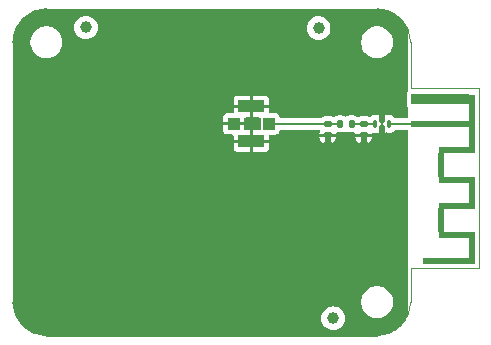
<source format=gbr>
%TF.GenerationSoftware,KiCad,Pcbnew,8.0.0*%
%TF.CreationDate,2024-03-10T12:34:58+00:00*%
%TF.ProjectId,MoveCritic_FBTM_RF,4d6f7665-4372-4697-9469-635f4642544d,rev?*%
%TF.SameCoordinates,PX7ee4219PY616af6f*%
%TF.FileFunction,Copper,L1,Top*%
%TF.FilePolarity,Positive*%
%FSLAX46Y46*%
G04 Gerber Fmt 4.6, Leading zero omitted, Abs format (unit mm)*
G04 Created by KiCad (PCBNEW 8.0.0) date 2024-03-10 12:34:58*
%MOMM*%
%LPD*%
G01*
G04 APERTURE LIST*
G04 Aperture macros list*
%AMRoundRect*
0 Rectangle with rounded corners*
0 $1 Rounding radius*
0 $2 $3 $4 $5 $6 $7 $8 $9 X,Y pos of 4 corners*
0 Add a 4 corners polygon primitive as box body*
4,1,4,$2,$3,$4,$5,$6,$7,$8,$9,$2,$3,0*
0 Add four circle primitives for the rounded corners*
1,1,$1+$1,$2,$3*
1,1,$1+$1,$4,$5*
1,1,$1+$1,$6,$7*
1,1,$1+$1,$8,$9*
0 Add four rect primitives between the rounded corners*
20,1,$1+$1,$2,$3,$4,$5,0*
20,1,$1+$1,$4,$5,$6,$7,0*
20,1,$1+$1,$6,$7,$8,$9,0*
20,1,$1+$1,$8,$9,$2,$3,0*%
G04 Aperture macros list end*
%TA.AperFunction,SMDPad,CuDef*%
%ADD10R,1.000000X1.000000*%
%TD*%
%TA.AperFunction,SMDPad,CuDef*%
%ADD11R,2.200000X1.050000*%
%TD*%
%TA.AperFunction,SMDPad,CuDef*%
%ADD12C,1.000000*%
%TD*%
%TA.AperFunction,SMDPad,CuDef*%
%ADD13RoundRect,0.147500X-0.147500X-0.172500X0.147500X-0.172500X0.147500X0.172500X-0.147500X0.172500X0*%
%TD*%
%TA.AperFunction,SMDPad,CuDef*%
%ADD14RoundRect,0.140000X-0.170000X0.140000X-0.170000X-0.140000X0.170000X-0.140000X0.170000X0.140000X0*%
%TD*%
%TA.AperFunction,SMDPad,CuDef*%
%ADD15R,0.500000X5.000000*%
%TD*%
%TA.AperFunction,SMDPad,CuDef*%
%ADD16R,4.900000X0.500000*%
%TD*%
%TA.AperFunction,SMDPad,CuDef*%
%ADD17R,2.640000X0.500000*%
%TD*%
%TA.AperFunction,SMDPad,CuDef*%
%ADD18R,0.500000X2.000000*%
%TD*%
%TA.AperFunction,SMDPad,CuDef*%
%ADD19R,0.500000X2.700000*%
%TD*%
%TA.AperFunction,SMDPad,CuDef*%
%ADD20R,3.900000X0.500000*%
%TD*%
%TA.AperFunction,SMDPad,CuDef*%
%ADD21R,4.900000X0.900000*%
%TD*%
%TA.AperFunction,SMDPad,CuDef*%
%ADD22RoundRect,0.068750X-0.068750X-0.281250X0.068750X-0.281250X0.068750X0.281250X-0.068750X0.281250X0*%
%TD*%
%TA.AperFunction,SMDPad,CuDef*%
%ADD23RoundRect,0.061250X-0.163750X-0.061250X0.163750X-0.061250X0.163750X0.061250X-0.163750X0.061250X0*%
%TD*%
%TA.AperFunction,ViaPad*%
%ADD24C,0.700000*%
%TD*%
%TA.AperFunction,ViaPad*%
%ADD25C,0.800000*%
%TD*%
%TA.AperFunction,ViaPad*%
%ADD26C,0.500000*%
%TD*%
%TA.AperFunction,Conductor*%
%ADD27C,0.500000*%
%TD*%
%TA.AperFunction,Conductor*%
%ADD28C,0.170000*%
%TD*%
%TA.AperFunction,Profile*%
%ADD29C,0.100000*%
%TD*%
G04 APERTURE END LIST*
D10*
%TO.P,J1,1,In*%
%TO.N,Net-(J1-In)*%
X21750000Y17910001D03*
D11*
%TO.P,J1,2,Ext*%
%TO.N,GND*%
X20250000Y16435001D03*
D10*
X18750000Y17910001D03*
D11*
X20250000Y19385001D03*
%TD*%
D12*
%TO.P,FID1,*%
%TO.N,*%
X25950001Y26019999D03*
%TD*%
D13*
%TO.P,L3,1,1*%
%TO.N,Net-(C14-Pad1)*%
X27767502Y17899999D03*
%TO.P,L3,2,2*%
%TO.N,Net-(FLT1-IN)*%
X28737502Y17899999D03*
%TD*%
D14*
%TO.P,C14,1*%
%TO.N,Net-(C14-Pad1)*%
X26727501Y17904998D03*
%TO.P,C14,2*%
%TO.N,GND*%
X26727501Y16944998D03*
%TD*%
%TO.P,C15,1*%
%TO.N,Net-(FLT1-IN)*%
X29777500Y17905000D03*
%TO.P,C15,2*%
%TO.N,GND*%
X29777500Y16945000D03*
%TD*%
D12*
%TO.P,FID2,*%
%TO.N,*%
X27179817Y1448660D03*
%TD*%
D15*
%TO.P,AE1,1,A*%
%TO.N,/RF_ANT*%
X38965001Y17930001D03*
D16*
X36265001Y17880001D03*
D17*
X37395001Y15680001D03*
D18*
X36325001Y14430001D03*
D17*
X37395001Y13180001D03*
D19*
X38965001Y12080001D03*
D17*
X37395001Y10980001D03*
D18*
X36325001Y9730001D03*
D17*
X37395001Y8480001D03*
D19*
X38965001Y7380001D03*
D20*
X36765001Y6280001D03*
D21*
%TO.P,AE1,2,GND*%
%TO.N,GND*%
X36265001Y19980001D03*
%TD*%
D12*
%TO.P,FID3,*%
%TO.N,*%
X6250000Y26070000D03*
%TD*%
D22*
%TO.P,FLT1,1,IN*%
%TO.N,Net-(FLT1-IN)*%
X30715000Y17900000D03*
D23*
%TO.P,FLT1,2,GND*%
%TO.N,GND*%
X31327500Y18127500D03*
X31327500Y17672500D03*
D22*
%TO.P,FLT1,3,OUT*%
%TO.N,/RF_ANT*%
X31940000Y17900000D03*
%TD*%
D24*
%TO.N,GND*%
X13000000Y12000000D03*
X29000000Y26000000D03*
X15000000Y24000000D03*
X3000000Y18000000D03*
X17000000Y10000000D03*
X11000000Y26000000D03*
X27000000Y14000000D03*
X29000000Y6000000D03*
X11000000Y24000000D03*
X17000000Y14000000D03*
X1000000Y14000000D03*
X15000000Y8000000D03*
X25000000Y14000000D03*
X1000000Y4000000D03*
X11000000Y4000000D03*
X13000000Y16000000D03*
X19000000Y12000000D03*
X1000000Y22000000D03*
X17000000Y2000000D03*
X9000000Y8000000D03*
X19000000Y14000000D03*
X27000000Y4000000D03*
X7000000Y16000000D03*
X23000000Y2000000D03*
X25000000Y2000000D03*
X19000000Y10000000D03*
D25*
X29000000Y20000000D03*
D24*
X15000000Y10000000D03*
X5000000Y6000000D03*
X11000000Y6000000D03*
X15000000Y18000000D03*
X9000000Y18000000D03*
X15000000Y16000000D03*
X17000000Y24000000D03*
X3000000Y20000000D03*
X11000000Y20000000D03*
X23000000Y6000000D03*
X13000000Y26000000D03*
X13000000Y22000000D03*
X17000000Y26000000D03*
X21000000Y2000000D03*
X5000000Y4000000D03*
X25000000Y8000000D03*
X3000000Y12000000D03*
X7000000Y20000000D03*
X25000000Y24000000D03*
X5000000Y22000000D03*
X25000000Y4000000D03*
X3000000Y10000000D03*
X23000000Y14000000D03*
X11000000Y14000000D03*
X27000000Y24000000D03*
X31000000Y22000000D03*
X9000000Y16000000D03*
X3000000Y4000000D03*
X27000000Y6000000D03*
X7000000Y22000000D03*
X21000000Y4000000D03*
X21000000Y14000000D03*
X13000000Y10000000D03*
X9000000Y24000000D03*
X29000000Y10000000D03*
X9000000Y12000000D03*
X25000000Y22000000D03*
X11000000Y16000000D03*
X7000000Y2000000D03*
X9000000Y2000000D03*
X19000000Y8000000D03*
X15000000Y14000000D03*
X21000000Y26000000D03*
X5000000Y20000000D03*
X9000000Y6000000D03*
X3000000Y6000000D03*
X23000000Y8000000D03*
X23000000Y26000000D03*
X13000000Y20000000D03*
X9000000Y14000000D03*
X17000000Y12000000D03*
X7000000Y24000000D03*
X1000000Y10000000D03*
X29000000Y4000000D03*
X5000000Y16000000D03*
X1000000Y2000000D03*
X1000000Y18000000D03*
X19000000Y22000000D03*
X27000000Y8000000D03*
X17000000Y22000000D03*
X31350001Y18819998D03*
X17000000Y20000000D03*
X11000000Y2000000D03*
X11000000Y12000000D03*
X5000000Y10000000D03*
X21000000Y8000000D03*
X17000000Y6000000D03*
X5000000Y8000000D03*
X1000000Y20000000D03*
D25*
X25000000Y20000000D03*
D24*
X17000000Y18000000D03*
X7000000Y14000000D03*
X27000000Y22000000D03*
X7000000Y18000000D03*
X13000000Y2000000D03*
X5000000Y18000000D03*
X3000000Y2000000D03*
X11000000Y8000000D03*
X7000000Y4000000D03*
X21000000Y22000000D03*
X25000000Y12000000D03*
X27000000Y12000000D03*
X29000000Y22000000D03*
X1000000Y16000000D03*
X7000000Y6000000D03*
X13000000Y14000000D03*
D25*
X23000000Y20000000D03*
D24*
X27000000Y10000000D03*
X1000000Y8000000D03*
X17000000Y4000000D03*
X13000000Y8000000D03*
X29000000Y12000000D03*
X19000000Y4000000D03*
X17000000Y16000000D03*
X9000000Y22000000D03*
X13000000Y18000000D03*
X23000000Y12000000D03*
X31000000Y8000000D03*
X11000000Y18000000D03*
X23000000Y10000000D03*
X15000000Y12000000D03*
X15000000Y26000000D03*
X5000000Y14000000D03*
X13000000Y6000000D03*
X13000000Y4000000D03*
X15000000Y22000000D03*
X25000000Y10000000D03*
X13000000Y24000000D03*
X3000000Y14000000D03*
X1000000Y12000000D03*
X19000000Y6000000D03*
X3000000Y8000000D03*
X26740000Y16219998D03*
X9000000Y20000000D03*
X23000000Y24000000D03*
X29770001Y16189999D03*
X11000000Y10000000D03*
X31350000Y16970000D03*
X15000000Y4000000D03*
X21000000Y12000000D03*
X19000000Y24000000D03*
X21000000Y10000000D03*
X5000000Y2000000D03*
X29000000Y8000000D03*
X7000000Y12000000D03*
X9000000Y10000000D03*
X5000000Y12000000D03*
X23000000Y4000000D03*
X21000000Y24000000D03*
X3000000Y22000000D03*
X31000000Y14000000D03*
X29000000Y14000000D03*
X31000000Y12000000D03*
X9000000Y4000000D03*
X25000000Y6000000D03*
X3000000Y16000000D03*
X29000000Y2000000D03*
X19000000Y26000000D03*
X17000000Y8000000D03*
X23000000Y22000000D03*
X15000000Y2000000D03*
X9000000Y26000000D03*
X31000000Y6000000D03*
D25*
X27000000Y20000000D03*
D24*
X15000000Y6000000D03*
X19000000Y2000000D03*
X31000000Y10000000D03*
X15000000Y20000000D03*
X29000000Y24000000D03*
X1000000Y6000000D03*
X21000000Y6000000D03*
X11000000Y22000000D03*
X7000000Y10000000D03*
X5000000Y24000000D03*
D26*
X34070001Y19979999D03*
D24*
X7000000Y8000000D03*
%TD*%
D27*
%TO.N,GND*%
X31350000Y18150000D02*
X31327500Y18127500D01*
X29770001Y16189999D02*
X29770000Y16879998D01*
X31350001Y18819998D02*
X31350000Y18150000D01*
X31350000Y16970000D02*
X31349999Y17649998D01*
X31349999Y17649998D02*
X31327500Y17672498D01*
X26740000Y16219998D02*
X26740000Y16909999D01*
D28*
%TO.N,/RF_ANT*%
X31940001Y17900000D02*
X36242501Y17899999D01*
X36242501Y17899999D02*
X36262501Y17880000D01*
%TO.N,Net-(FLT1-IN)*%
X29777500Y17905000D02*
X30710000Y17905000D01*
X29772501Y17900000D02*
X29777500Y17905000D01*
X30710000Y17905000D02*
X30715000Y17900000D01*
X28737501Y17900000D02*
X29772501Y17900000D01*
%TO.N,Net-(J1-In)*%
X27762502Y17905000D02*
X27767501Y17900000D01*
X26727499Y17905001D02*
X27762502Y17905000D01*
X26722499Y17900000D02*
X26727499Y17905001D01*
X22030002Y17899999D02*
X26722499Y17900000D01*
%TD*%
%TA.AperFunction,Conductor*%
%TO.N,GND*%
G36*
X26050566Y17392826D02*
G01*
X26072240Y17340500D01*
X26067081Y17313353D01*
X26027922Y17214054D01*
X26017501Y17127277D01*
X26017501Y17069998D01*
X27437500Y17069998D01*
X27437500Y17112846D01*
X27459174Y17165172D01*
X27511500Y17186846D01*
X27520314Y17186319D01*
X27577101Y17179499D01*
X27957902Y17179500D01*
X27957904Y17179500D01*
X27957904Y17179501D01*
X28045969Y17190075D01*
X28186107Y17245338D01*
X28207789Y17261780D01*
X28262579Y17276127D01*
X28297215Y17261780D01*
X28318897Y17245338D01*
X28459035Y17190075D01*
X28547101Y17179499D01*
X28927902Y17179500D01*
X28927904Y17179500D01*
X28946006Y17181674D01*
X28984678Y17186318D01*
X29039213Y17171038D01*
X29066972Y17121669D01*
X29067500Y17112846D01*
X29067500Y17070000D01*
X30487499Y17070000D01*
X30487499Y17079361D01*
X30509173Y17131687D01*
X30561499Y17153361D01*
X30569391Y17152939D01*
X30601370Y17149500D01*
X30601371Y17149500D01*
X30828631Y17149500D01*
X30833576Y17150032D01*
X30884522Y17155509D01*
X30949069Y17179585D01*
X30999371Y17180097D01*
X31077025Y17152923D01*
X31108195Y17150001D01*
X31108197Y17150000D01*
X31546803Y17150000D01*
X31546804Y17150001D01*
X31577970Y17152923D01*
X31655627Y17180097D01*
X31705929Y17179584D01*
X31744570Y17165172D01*
X31770478Y17155509D01*
X31820943Y17150084D01*
X31826369Y17149500D01*
X31826370Y17149500D01*
X32053631Y17149500D01*
X32058576Y17150032D01*
X32109522Y17155509D01*
X32202195Y17190074D01*
X32235948Y17202663D01*
X32235948Y17202664D01*
X32235950Y17202664D01*
X32343972Y17283528D01*
X32419818Y17384848D01*
X32468527Y17413747D01*
X32479058Y17414500D01*
X33433458Y17414500D01*
X33485784Y17392826D01*
X33508326Y17370284D01*
X33530000Y17317958D01*
X33530000Y15370000D01*
X21530000Y15370000D01*
X21530000Y15552786D01*
X21588046Y15582362D01*
X21677639Y15671955D01*
X21735164Y15784852D01*
X21735164Y15784853D01*
X21750000Y15878520D01*
X21750000Y16310001D01*
X21530000Y16310001D01*
X21530000Y16560001D01*
X21749999Y16560001D01*
X21749999Y16819998D01*
X26017502Y16819998D01*
X26017502Y16762719D01*
X26027920Y16675950D01*
X26027921Y16675946D01*
X26082378Y16537851D01*
X26172072Y16419571D01*
X26172073Y16419570D01*
X26290353Y16329876D01*
X26428445Y16275420D01*
X26515222Y16264999D01*
X26602501Y16264999D01*
X26602501Y16819998D01*
X26852501Y16819998D01*
X26852501Y16264999D01*
X26939779Y16264999D01*
X26939780Y16265000D01*
X27026549Y16275418D01*
X27026553Y16275419D01*
X27164648Y16329876D01*
X27282928Y16419570D01*
X27282929Y16419571D01*
X27372623Y16537851D01*
X27427079Y16675943D01*
X27437501Y16762720D01*
X27437501Y16819998D01*
X26852501Y16819998D01*
X26602501Y16819998D01*
X26017502Y16819998D01*
X21749999Y16819998D01*
X21749999Y16820000D01*
X29067501Y16820000D01*
X29067501Y16762721D01*
X29077919Y16675952D01*
X29077920Y16675948D01*
X29132377Y16537853D01*
X29222071Y16419573D01*
X29222072Y16419572D01*
X29340352Y16329878D01*
X29478444Y16275422D01*
X29565221Y16265001D01*
X29652500Y16265001D01*
X29652500Y16820000D01*
X29902500Y16820000D01*
X29902500Y16265001D01*
X29989778Y16265001D01*
X29989779Y16265002D01*
X30076548Y16275420D01*
X30076552Y16275421D01*
X30214647Y16329878D01*
X30332927Y16419572D01*
X30332928Y16419573D01*
X30422622Y16537853D01*
X30477078Y16675945D01*
X30487500Y16762722D01*
X30487500Y16820000D01*
X29902500Y16820000D01*
X29652500Y16820000D01*
X29067501Y16820000D01*
X21749999Y16820000D01*
X21749999Y16935502D01*
X21771673Y16987828D01*
X21823997Y17009502D01*
X22281518Y17009502D01*
X22281519Y17009502D01*
X22375304Y17024355D01*
X22375306Y17024356D01*
X22377419Y17025433D01*
X22488342Y17081951D01*
X22578050Y17171659D01*
X22635646Y17284697D01*
X22646318Y17352076D01*
X22675911Y17400367D01*
X22719407Y17414500D01*
X25998240Y17414500D01*
X26050566Y17392826D01*
G37*
%TD.AperFunction*%
%TA.AperFunction,Conductor*%
G36*
X31379826Y17793415D02*
G01*
X31380326Y17792915D01*
X31402000Y17740589D01*
X31402000Y17573259D01*
X31380326Y17520933D01*
X31328000Y17499259D01*
X31327000Y17499259D01*
X31274674Y17520933D01*
X31253000Y17573259D01*
X31253000Y17740589D01*
X31274674Y17792915D01*
X31275174Y17793415D01*
X31327500Y17815089D01*
X31379826Y17793415D01*
G37*
%TD.AperFunction*%
%TA.AperFunction,Conductor*%
G36*
X31380326Y18279068D02*
G01*
X31402000Y18226742D01*
X31402000Y18059411D01*
X31380326Y18007085D01*
X31379826Y18006585D01*
X31327500Y17984911D01*
X31275174Y18006585D01*
X31274674Y18007085D01*
X31253000Y18059411D01*
X31253000Y18226742D01*
X31274674Y18279068D01*
X31327000Y18300742D01*
X31328000Y18300742D01*
X31380326Y18279068D01*
G37*
%TD.AperFunction*%
%TA.AperFunction,Conductor*%
G36*
X33415002Y19498519D02*
G01*
X33429835Y19404853D01*
X33429836Y19404852D01*
X33487361Y19291955D01*
X33508326Y19270990D01*
X33530000Y19218664D01*
X33530000Y18459500D01*
X33508326Y18407174D01*
X33456000Y18385500D01*
X32479058Y18385500D01*
X32426732Y18407174D01*
X32419818Y18415153D01*
X32343972Y18516472D01*
X32251761Y18585500D01*
X32235949Y18597337D01*
X32235948Y18597338D01*
X32109526Y18644490D01*
X32109523Y18644491D01*
X32109522Y18644491D01*
X32073684Y18648344D01*
X32053631Y18650500D01*
X32053630Y18650500D01*
X31826370Y18650500D01*
X31826369Y18650500D01*
X31770478Y18644491D01*
X31770477Y18644491D01*
X31705931Y18620417D01*
X31655632Y18619904D01*
X31577972Y18647078D01*
X31546804Y18650000D01*
X31108195Y18650000D01*
X31077028Y18647078D01*
X31077024Y18647077D01*
X30999366Y18619904D01*
X30949067Y18620418D01*
X30884527Y18644490D01*
X30884522Y18644491D01*
X30848684Y18648344D01*
X30828631Y18650500D01*
X30828630Y18650500D01*
X30601370Y18650500D01*
X30601369Y18650500D01*
X30545478Y18644491D01*
X30545473Y18644490D01*
X30419051Y18597338D01*
X30419046Y18597335D01*
X30309998Y18515703D01*
X30255120Y18501696D01*
X30220941Y18515978D01*
X30214895Y18520562D01*
X30214896Y18520562D01*
X30145784Y18547816D01*
X30076674Y18575070D01*
X30047722Y18578547D01*
X29989822Y18585500D01*
X29989820Y18585500D01*
X29565180Y18585500D01*
X29565178Y18585500D01*
X29478326Y18575070D01*
X29340103Y18520562D01*
X29315299Y18501753D01*
X29260509Y18487408D01*
X29225875Y18501754D01*
X29156106Y18554661D01*
X29095234Y18578665D01*
X29015969Y18609923D01*
X28932858Y18619904D01*
X28927904Y18620499D01*
X28547099Y18620499D01*
X28547097Y18620498D01*
X28459042Y18609925D01*
X28459037Y18609924D01*
X28318897Y18554661D01*
X28297214Y18538218D01*
X28242423Y18523873D01*
X28207790Y18538218D01*
X28186106Y18554661D01*
X28125234Y18578665D01*
X28045969Y18609923D01*
X27962858Y18619904D01*
X27957904Y18620499D01*
X27577099Y18620499D01*
X27577097Y18620498D01*
X27489042Y18609925D01*
X27489037Y18609924D01*
X27348895Y18554660D01*
X27279124Y18501752D01*
X27224334Y18487405D01*
X27189700Y18501751D01*
X27181918Y18507652D01*
X27164896Y18520560D01*
X27164894Y18520561D01*
X27078423Y18554661D01*
X27026675Y18575068D01*
X26997723Y18578545D01*
X26939823Y18585498D01*
X26939821Y18585498D01*
X26515181Y18585498D01*
X26515179Y18585498D01*
X26428327Y18575068D01*
X26290106Y18520561D01*
X26171716Y18430784D01*
X26171715Y18430783D01*
X26160537Y18416042D01*
X26159864Y18415153D01*
X26159586Y18414787D01*
X26110699Y18386189D01*
X26100622Y18385500D01*
X22722574Y18385500D01*
X22670248Y18407174D01*
X22649485Y18447924D01*
X22643232Y18487405D01*
X22635646Y18535305D01*
X22635645Y18535307D01*
X22635645Y18535308D01*
X22597626Y18609923D01*
X22578050Y18648343D01*
X22488342Y18738051D01*
X22375304Y18795647D01*
X22375302Y18795648D01*
X22375301Y18795648D01*
X22281520Y18810501D01*
X21824000Y18810501D01*
X21771674Y18832175D01*
X21750000Y18884501D01*
X21750000Y19260001D01*
X21530000Y19260001D01*
X21530000Y19510001D01*
X21749999Y19510001D01*
X21749999Y19570000D01*
X33415002Y19570000D01*
X33415002Y19498519D01*
G37*
%TD.AperFunction*%
%TD*%
%TA.AperFunction,Conductor*%
%TO.N,GND*%
G36*
X30897201Y27669998D02*
G01*
X30897654Y27669997D01*
X30899597Y27669990D01*
X30900359Y27669984D01*
X30901852Y27669967D01*
X30902902Y27669954D01*
X30903245Y27669950D01*
X31049490Y27667742D01*
X31052684Y27667652D01*
X31068938Y27666977D01*
X31075435Y27666535D01*
X31091665Y27664999D01*
X31094817Y27664658D01*
X31388365Y27629014D01*
X31391982Y27628519D01*
X31410392Y27625717D01*
X31417701Y27624378D01*
X31435909Y27620469D01*
X31439447Y27619654D01*
X31722951Y27549776D01*
X31723357Y27549676D01*
X31726942Y27548735D01*
X31744848Y27543744D01*
X31751977Y27541522D01*
X31769526Y27535466D01*
X31773047Y27534191D01*
X32046390Y27430525D01*
X32049859Y27429149D01*
X32066986Y27422054D01*
X32073810Y27418983D01*
X32090494Y27410860D01*
X32093839Y27409168D01*
X32352661Y27273327D01*
X32355945Y27271540D01*
X32363941Y27267031D01*
X32372130Y27262413D01*
X32378513Y27258554D01*
X32394101Y27248476D01*
X32397197Y27246408D01*
X32637811Y27080324D01*
X32640810Y27078187D01*
X32655806Y27067153D01*
X32661671Y27062557D01*
X32675942Y27050664D01*
X32678742Y27048258D01*
X32839415Y26905914D01*
X32897582Y26854382D01*
X32900347Y26851856D01*
X32913849Y26839146D01*
X32919142Y26833853D01*
X32931852Y26820352D01*
X32934381Y26817583D01*
X33128234Y26598768D01*
X33130660Y26595945D01*
X33142560Y26581666D01*
X33147165Y26575787D01*
X33158152Y26560855D01*
X33160326Y26557806D01*
X33326401Y26317206D01*
X33328484Y26314088D01*
X33338541Y26298532D01*
X33342413Y26292127D01*
X33351536Y26275952D01*
X33353327Y26272661D01*
X33489168Y26013839D01*
X33490860Y26010494D01*
X33498983Y25993810D01*
X33502054Y25986987D01*
X33509132Y25969900D01*
X33509148Y25969863D01*
X33510529Y25966381D01*
X33513651Y25958150D01*
X33517154Y25947478D01*
X33523112Y25926103D01*
X33523356Y25925230D01*
X33527400Y25903163D01*
X33529491Y25880162D01*
X33530000Y25868936D01*
X33530000Y20762049D01*
X33510315Y20695010D01*
X33493681Y20674368D01*
X33487364Y20668052D01*
X33487361Y20668048D01*
X33429834Y20555146D01*
X33415001Y20461487D01*
X33415001Y19570000D01*
X21749999Y19570000D01*
X21749999Y19941481D01*
X21735164Y20035151D01*
X21735162Y20035157D01*
X21677643Y20148043D01*
X21677636Y20148052D01*
X21588050Y20237638D01*
X21588046Y20237641D01*
X21475144Y20295168D01*
X21381486Y20310001D01*
X20375000Y20310001D01*
X20375000Y19510001D01*
X21530000Y19510001D01*
X21530000Y19260001D01*
X20375000Y19260001D01*
X20375000Y18460002D01*
X20925500Y18460002D01*
X20992539Y18440317D01*
X21038294Y18387513D01*
X21049500Y18336002D01*
X21049500Y17484001D01*
X21029815Y17416962D01*
X20977011Y17371207D01*
X20925500Y17360001D01*
X20375000Y17360001D01*
X20375000Y16560001D01*
X21530000Y16560001D01*
X21530000Y16310001D01*
X20375000Y16310001D01*
X20375000Y15510002D01*
X21381479Y15510002D01*
X21475149Y15524837D01*
X21475155Y15524839D01*
X21530000Y15552785D01*
X21530000Y15370000D01*
X33530000Y15370000D01*
X33530000Y1771050D01*
X33529491Y1759828D01*
X33527402Y1736840D01*
X33523356Y1714764D01*
X33517153Y1692513D01*
X33513647Y1681832D01*
X33510538Y1673636D01*
X33509160Y1670163D01*
X33502056Y1653012D01*
X33498982Y1646181D01*
X33490862Y1629504D01*
X33489171Y1626161D01*
X33353329Y1367337D01*
X33351542Y1364053D01*
X33342422Y1347881D01*
X33338543Y1341464D01*
X33328478Y1325897D01*
X33326398Y1322784D01*
X33160326Y1082187D01*
X33158157Y1079145D01*
X33158111Y1079080D01*
X33147176Y1064220D01*
X33142559Y1058327D01*
X33130666Y1044056D01*
X33128223Y1041214D01*
X32934384Y822415D01*
X32931855Y819646D01*
X32919145Y806145D01*
X32913852Y800852D01*
X32900350Y788142D01*
X32897585Y785616D01*
X32678787Y591776D01*
X32675944Y589333D01*
X32661673Y577440D01*
X32655780Y572823D01*
X32640865Y561848D01*
X32637813Y559673D01*
X32397216Y393601D01*
X32394103Y391521D01*
X32378536Y381456D01*
X32372119Y377577D01*
X32355947Y368457D01*
X32352663Y366670D01*
X32093839Y230828D01*
X32090499Y229138D01*
X32073819Y221016D01*
X32066983Y217940D01*
X32049848Y210843D01*
X32046369Y209463D01*
X31773047Y105806D01*
X31769530Y104533D01*
X31751980Y98476D01*
X31744818Y96244D01*
X31726983Y91273D01*
X31723367Y90323D01*
X31439509Y20357D01*
X31435856Y19515D01*
X31417728Y15624D01*
X31410365Y14275D01*
X31392029Y11484D01*
X31388316Y10976D01*
X31094870Y-24655D01*
X31091613Y-25007D01*
X31085714Y-25565D01*
X31075455Y-26536D01*
X31068920Y-26981D01*
X31052711Y-27654D01*
X31049438Y-27747D01*
X30903324Y-29952D01*
X30902829Y-29958D01*
X30900577Y-29983D01*
X30899694Y-29990D01*
X30897878Y-29997D01*
X30897340Y-29999D01*
X30896939Y-30000D01*
X2903037Y-30000D01*
X2902662Y-29999D01*
X2902146Y-29997D01*
X2900416Y-29991D01*
X2899487Y-29984D01*
X2897432Y-29961D01*
X2897023Y-29956D01*
X2750673Y-27835D01*
X2747377Y-27743D01*
X2731101Y-27074D01*
X2724532Y-26629D01*
X2708272Y-25093D01*
X2704987Y-24739D01*
X2411667Y10877D01*
X2407954Y11385D01*
X2389618Y14176D01*
X2382255Y15525D01*
X2364127Y19416D01*
X2360475Y20258D01*
X2076603Y90227D01*
X2072984Y91177D01*
X2072640Y91273D01*
X2055139Y96152D01*
X2047990Y98380D01*
X2030440Y104437D01*
X2026923Y105710D01*
X1753590Y209371D01*
X1750111Y210751D01*
X1732976Y217848D01*
X1726143Y220923D01*
X1709462Y229045D01*
X1706119Y230736D01*
X1447285Y366583D01*
X1444000Y368370D01*
X1437506Y372032D01*
X1427822Y377494D01*
X1421416Y381367D01*
X1405829Y391446D01*
X1402721Y393523D01*
X1162125Y559593D01*
X1159114Y561739D01*
X1144135Y572761D01*
X1138265Y577360D01*
X1123994Y589253D01*
X1121152Y591696D01*
X902344Y785543D01*
X899600Y788048D01*
X886072Y800783D01*
X880783Y806072D01*
X878685Y808301D01*
X868045Y819603D01*
X865543Y822344D01*
X671683Y1041167D01*
X669261Y1043985D01*
X657354Y1058273D01*
X652752Y1064148D01*
X641765Y1079080D01*
X639591Y1082129D01*
X473509Y1322739D01*
X471426Y1325857D01*
X461369Y1341413D01*
X457497Y1347818D01*
X448374Y1363993D01*
X446583Y1367284D01*
X403873Y1448660D01*
X26174476Y1448660D01*
X26193792Y1252531D01*
X26193793Y1252528D01*
X26246388Y1079145D01*
X26251005Y1063927D01*
X26343903Y890128D01*
X26343907Y890121D01*
X26468933Y737777D01*
X26621277Y612751D01*
X26621284Y612747D01*
X26795083Y519849D01*
X26795086Y519849D01*
X26795090Y519846D01*
X26983685Y462636D01*
X27179817Y443319D01*
X27375949Y462636D01*
X27564544Y519846D01*
X27738355Y612750D01*
X27890700Y737777D01*
X28015727Y890122D01*
X28096462Y1041167D01*
X28108628Y1063927D01*
X28108628Y1063928D01*
X28108631Y1063933D01*
X28165841Y1252528D01*
X28185158Y1448660D01*
X28165841Y1644792D01*
X28108631Y1833387D01*
X28108628Y1833391D01*
X28108628Y1833394D01*
X28015730Y2007193D01*
X28015726Y2007200D01*
X27890700Y2159544D01*
X27738356Y2284570D01*
X27738349Y2284574D01*
X27564550Y2377472D01*
X27564544Y2377474D01*
X27375949Y2434684D01*
X27375946Y2434685D01*
X27179817Y2454001D01*
X26983687Y2434685D01*
X26795083Y2377472D01*
X26621284Y2284574D01*
X26621277Y2284570D01*
X26468933Y2159544D01*
X26343907Y2007200D01*
X26343903Y2007193D01*
X26251005Y1833394D01*
X26193792Y1644790D01*
X26174476Y1448660D01*
X403873Y1448660D01*
X310736Y1626118D01*
X309044Y1629463D01*
X300921Y1646147D01*
X297850Y1652971D01*
X290755Y1670098D01*
X289372Y1673584D01*
X185684Y1946988D01*
X184446Y1950407D01*
X178376Y1967997D01*
X176152Y1975136D01*
X171175Y1992990D01*
X170224Y1996612D01*
X141739Y2112179D01*
X100243Y2280534D01*
X99428Y2284072D01*
X95519Y2302280D01*
X94180Y2309589D01*
X91378Y2327999D01*
X90884Y2331615D01*
X55253Y2625052D01*
X54907Y2628271D01*
X53371Y2644531D01*
X52926Y2651100D01*
X52257Y2667376D01*
X52165Y2670672D01*
X51541Y2713712D01*
X29549501Y2713712D01*
X29582755Y2503756D01*
X29639862Y2327999D01*
X29648445Y2301585D01*
X29744952Y2112179D01*
X29869891Y1940213D01*
X30020214Y1789890D01*
X30192180Y1664951D01*
X30192182Y1664950D01*
X30192185Y1664948D01*
X30381589Y1568442D01*
X30583758Y1502753D01*
X30793714Y1469499D01*
X30793715Y1469499D01*
X31006287Y1469499D01*
X31006288Y1469499D01*
X31216244Y1502753D01*
X31418413Y1568442D01*
X31607817Y1664948D01*
X31645757Y1692513D01*
X31779787Y1789890D01*
X31779789Y1789893D01*
X31779793Y1789895D01*
X31930105Y1940207D01*
X31930107Y1940211D01*
X31930110Y1940213D01*
X32055049Y2112179D01*
X32055048Y2112179D01*
X32055052Y2112183D01*
X32151558Y2301587D01*
X32217247Y2503756D01*
X32250501Y2713712D01*
X32250501Y2926286D01*
X32217247Y3136242D01*
X32151558Y3338411D01*
X32055052Y3527815D01*
X32055050Y3527818D01*
X32055049Y3527820D01*
X31930110Y3699786D01*
X31779787Y3850109D01*
X31607821Y3975048D01*
X31418415Y4071555D01*
X31418414Y4071556D01*
X31418413Y4071556D01*
X31216244Y4137245D01*
X31216242Y4137246D01*
X31216241Y4137246D01*
X31054958Y4162791D01*
X31006288Y4170499D01*
X30793714Y4170499D01*
X30745043Y4162791D01*
X30583761Y4137246D01*
X30381586Y4071555D01*
X30192180Y3975048D01*
X30020214Y3850109D01*
X29869891Y3699786D01*
X29744952Y3527820D01*
X29648445Y3338414D01*
X29582754Y3136239D01*
X29549501Y2926286D01*
X29549501Y2713712D01*
X51541Y2713712D01*
X51541Y2713713D01*
X50043Y2817101D01*
X50014Y2819651D01*
X50009Y2820445D01*
X50002Y2822468D01*
X50001Y2822897D01*
X50001Y16310001D01*
X18750001Y16310001D01*
X18750001Y15878522D01*
X18764835Y15784852D01*
X18764837Y15784846D01*
X18822356Y15671960D01*
X18822363Y15671951D01*
X18911949Y15582365D01*
X18911953Y15582362D01*
X19024855Y15524835D01*
X19118514Y15510002D01*
X20124999Y15510002D01*
X20125000Y15510003D01*
X20125000Y16310001D01*
X18750001Y16310001D01*
X50001Y16310001D01*
X50001Y17785001D01*
X17850001Y17785001D01*
X17850001Y17378522D01*
X17864835Y17284852D01*
X17864837Y17284846D01*
X17922356Y17171960D01*
X17922363Y17171951D01*
X18011949Y17082365D01*
X18011953Y17082362D01*
X18124855Y17024835D01*
X18218514Y17010002D01*
X18626000Y17010002D01*
X18693039Y16990318D01*
X18738794Y16937514D01*
X18750000Y16886002D01*
X18750000Y16560001D01*
X20125000Y16560001D01*
X20125000Y17360001D01*
X19774000Y17360001D01*
X19706961Y17379686D01*
X19661206Y17432490D01*
X19650000Y17484001D01*
X19650000Y17785001D01*
X17850001Y17785001D01*
X50001Y17785001D01*
X50001Y18035001D01*
X17850000Y18035001D01*
X19649999Y18035001D01*
X19649999Y18336002D01*
X19669684Y18403041D01*
X19722488Y18448796D01*
X19773999Y18460002D01*
X20125000Y18460002D01*
X20125000Y19260001D01*
X18750001Y19260001D01*
X18750001Y18934001D01*
X18730316Y18866962D01*
X18677512Y18821207D01*
X18626001Y18810001D01*
X18218520Y18810001D01*
X18124850Y18795166D01*
X18124844Y18795164D01*
X18011958Y18737645D01*
X18011949Y18737638D01*
X17922363Y18648052D01*
X17922360Y18648048D01*
X17864833Y18535146D01*
X17850000Y18441488D01*
X17850000Y18035001D01*
X50001Y18035001D01*
X50001Y19510001D01*
X18750000Y19510001D01*
X20125000Y19510001D01*
X20125000Y20310001D01*
X19118520Y20310001D01*
X19024850Y20295166D01*
X19024844Y20295164D01*
X18911958Y20237645D01*
X18911949Y20237638D01*
X18822363Y20148052D01*
X18822360Y20148048D01*
X18764833Y20035146D01*
X18750000Y19941488D01*
X18750000Y19510001D01*
X50001Y19510001D01*
X50001Y24713714D01*
X1549500Y24713714D01*
X1582753Y24503761D01*
X1582753Y24503759D01*
X1582754Y24503757D01*
X1582754Y24503756D01*
X1648444Y24301586D01*
X1744951Y24112180D01*
X1869890Y23940214D01*
X2020213Y23789891D01*
X2192179Y23664952D01*
X2192181Y23664951D01*
X2192184Y23664949D01*
X2381588Y23568443D01*
X2583757Y23502754D01*
X2793713Y23469500D01*
X2793714Y23469500D01*
X3006286Y23469500D01*
X3006287Y23469500D01*
X3216243Y23502754D01*
X3418412Y23568443D01*
X3607816Y23664949D01*
X3629789Y23680914D01*
X3779786Y23789891D01*
X3779788Y23789894D01*
X3779792Y23789896D01*
X3930104Y23940208D01*
X3930108Y23940213D01*
X3930109Y23940214D01*
X4055048Y24112180D01*
X4055050Y24112183D01*
X4055051Y24112184D01*
X4151557Y24301588D01*
X4217246Y24503757D01*
X4250500Y24713713D01*
X29549501Y24713713D01*
X29582754Y24503760D01*
X29648445Y24301585D01*
X29744952Y24112179D01*
X29869891Y23940213D01*
X30020214Y23789890D01*
X30192180Y23664951D01*
X30192182Y23664950D01*
X30192185Y23664948D01*
X30381589Y23568442D01*
X30583758Y23502753D01*
X30793714Y23469499D01*
X30793715Y23469499D01*
X31006287Y23469499D01*
X31006288Y23469499D01*
X31216244Y23502753D01*
X31418413Y23568442D01*
X31607817Y23664948D01*
X31629790Y23680913D01*
X31779787Y23789890D01*
X31779789Y23789893D01*
X31779793Y23789895D01*
X31930105Y23940207D01*
X31930107Y23940211D01*
X31930110Y23940213D01*
X32055049Y24112179D01*
X32055050Y24112180D01*
X32055052Y24112183D01*
X32151558Y24301587D01*
X32217247Y24503756D01*
X32250501Y24713712D01*
X32250501Y24926286D01*
X32217247Y25136242D01*
X32151558Y25338411D01*
X32055052Y25527815D01*
X32055050Y25527818D01*
X32055049Y25527820D01*
X31930110Y25699786D01*
X31779787Y25850109D01*
X31607821Y25975048D01*
X31418415Y26071555D01*
X31418414Y26071556D01*
X31418413Y26071556D01*
X31216244Y26137245D01*
X31216242Y26137246D01*
X31216241Y26137246D01*
X31054958Y26162791D01*
X31006288Y26170499D01*
X30793714Y26170499D01*
X30745043Y26162791D01*
X30583761Y26137246D01*
X30381586Y26071555D01*
X30192180Y25975048D01*
X30020214Y25850109D01*
X29869891Y25699786D01*
X29744952Y25527820D01*
X29648445Y25338414D01*
X29582754Y25136239D01*
X29549501Y24926286D01*
X29549501Y24713713D01*
X4250500Y24713713D01*
X4250500Y24926287D01*
X4217246Y25136243D01*
X4151557Y25338412D01*
X4055051Y25527816D01*
X4055049Y25527819D01*
X4055048Y25527821D01*
X3930109Y25699787D01*
X3779786Y25850110D01*
X3607820Y25975049D01*
X3421468Y26070000D01*
X5244659Y26070000D01*
X5263975Y25873871D01*
X5321188Y25685267D01*
X5414086Y25511468D01*
X5414090Y25511461D01*
X5539116Y25359117D01*
X5691460Y25234091D01*
X5691467Y25234087D01*
X5865266Y25141189D01*
X5865269Y25141189D01*
X5865273Y25141186D01*
X6053868Y25083976D01*
X6250000Y25064659D01*
X6446132Y25083976D01*
X6634727Y25141186D01*
X6808538Y25234090D01*
X6960883Y25359117D01*
X7085910Y25511462D01*
X7178814Y25685273D01*
X7236024Y25873868D01*
X7250416Y26019999D01*
X24944660Y26019999D01*
X24963976Y25823870D01*
X24963977Y25823867D01*
X25018718Y25643410D01*
X25021189Y25635266D01*
X25114087Y25461467D01*
X25114091Y25461460D01*
X25239117Y25309116D01*
X25391461Y25184090D01*
X25391468Y25184086D01*
X25565267Y25091188D01*
X25565270Y25091188D01*
X25565274Y25091185D01*
X25753869Y25033975D01*
X25950001Y25014658D01*
X26146133Y25033975D01*
X26334728Y25091185D01*
X26508539Y25184089D01*
X26660884Y25309116D01*
X26785911Y25461461D01*
X26878815Y25635272D01*
X26936025Y25823867D01*
X26955342Y26019999D01*
X26936025Y26216131D01*
X26878815Y26404726D01*
X26878812Y26404730D01*
X26878812Y26404733D01*
X26785914Y26578532D01*
X26785910Y26578539D01*
X26660884Y26730883D01*
X26508540Y26855909D01*
X26508533Y26855913D01*
X26334734Y26948811D01*
X26334728Y26948813D01*
X26208998Y26986953D01*
X26146130Y27006024D01*
X25950001Y27025340D01*
X25753871Y27006024D01*
X25565267Y26948811D01*
X25391468Y26855913D01*
X25391461Y26855909D01*
X25239117Y26730883D01*
X25114091Y26578539D01*
X25114087Y26578532D01*
X25021189Y26404733D01*
X24963976Y26216129D01*
X24944660Y26019999D01*
X7250416Y26019999D01*
X7255341Y26070000D01*
X7236024Y26266132D01*
X7178814Y26454727D01*
X7178811Y26454731D01*
X7178811Y26454734D01*
X7085913Y26628533D01*
X7085909Y26628540D01*
X6960883Y26780884D01*
X6808539Y26905910D01*
X6808532Y26905914D01*
X6634733Y26998812D01*
X6634727Y26998814D01*
X6471453Y27048343D01*
X6446129Y27056025D01*
X6250000Y27075341D01*
X6053870Y27056025D01*
X5865266Y26998812D01*
X5691467Y26905914D01*
X5691460Y26905910D01*
X5539116Y26780884D01*
X5414090Y26628540D01*
X5414086Y26628533D01*
X5321188Y26454734D01*
X5263975Y26266130D01*
X5244659Y26070000D01*
X3421468Y26070000D01*
X3418414Y26071556D01*
X3418413Y26071557D01*
X3418412Y26071557D01*
X3216243Y26137246D01*
X3216241Y26137247D01*
X3216240Y26137247D01*
X3054957Y26162792D01*
X3006287Y26170500D01*
X2793713Y26170500D01*
X2745042Y26162792D01*
X2583760Y26137247D01*
X2381585Y26071556D01*
X2192179Y25975049D01*
X2020213Y25850110D01*
X1869890Y25699787D01*
X1744951Y25527821D01*
X1648444Y25338415D01*
X1582753Y25136240D01*
X1549500Y24926287D01*
X1549500Y24713714D01*
X50001Y24713714D01*
X50001Y24816893D01*
X50002Y24817348D01*
X50010Y24819528D01*
X50016Y24820377D01*
X50040Y24822659D01*
X50043Y24822898D01*
X52165Y24969334D01*
X52257Y24972616D01*
X52927Y24988902D01*
X53372Y24995472D01*
X54909Y25011735D01*
X55263Y25015014D01*
X90885Y25308384D01*
X91378Y25311991D01*
X94182Y25330416D01*
X95519Y25337713D01*
X99432Y25355942D01*
X100240Y25359451D01*
X170230Y25643410D01*
X171161Y25646956D01*
X176160Y25664888D01*
X178379Y25672007D01*
X184435Y25689556D01*
X185710Y25693077D01*
X289388Y25966454D01*
X290744Y25969870D01*
X297852Y25987032D01*
X300922Y25993851D01*
X309057Y26010561D01*
X310737Y26013880D01*
X340192Y26070000D01*
X446595Y26272736D01*
X448354Y26275969D01*
X457509Y26292202D01*
X461352Y26298558D01*
X471453Y26314181D01*
X473504Y26317249D01*
X639623Y26557916D01*
X641708Y26560842D01*
X652778Y26575885D01*
X657343Y26581712D01*
X669290Y26596049D01*
X671631Y26598773D01*
X865575Y26817689D01*
X868071Y26820420D01*
X880781Y26833922D01*
X886074Y26839215D01*
X888206Y26841223D01*
X899603Y26851952D01*
X902309Y26854423D01*
X1121199Y27048343D01*
X1123953Y27050710D01*
X1138290Y27062657D01*
X1144133Y27067234D01*
X1159094Y27078243D01*
X1162096Y27080383D01*
X1402778Y27246515D01*
X1405786Y27248526D01*
X1421443Y27258648D01*
X1427807Y27262495D01*
X1444031Y27271646D01*
X1447213Y27273378D01*
X1706166Y27409285D01*
X1709444Y27410943D01*
X1726169Y27419086D01*
X1732934Y27422132D01*
X1750174Y27429273D01*
X1753544Y27430610D01*
X2027010Y27534321D01*
X2030365Y27535536D01*
X2048013Y27541626D01*
X2055127Y27543842D01*
X2055128Y27543843D01*
X2073044Y27548837D01*
X2076549Y27549758D01*
X2360533Y27619754D01*
X2364056Y27620566D01*
X2382263Y27624475D01*
X2389623Y27625823D01*
X2408014Y27628622D01*
X2411598Y27629112D01*
X2704995Y27664736D01*
X2708240Y27665087D01*
X2724532Y27666627D01*
X2731092Y27667071D01*
X2747398Y27667742D01*
X2750666Y27667833D01*
X2897100Y27669956D01*
X2899646Y27669984D01*
X2900297Y27669989D01*
X2902900Y27669998D01*
X30896804Y27669999D01*
X30897201Y27669998D01*
G37*
%TD.AperFunction*%
%TD*%
D29*
X33750002Y2819999D02*
X33750002Y5729999D01*
X2900001Y-30000D02*
X30900001Y-30002D01*
X33750002Y5729999D02*
X33822501Y5730000D01*
X33750002Y2819999D02*
G75*
G02*
X30900001Y-30004I-2850003J0D01*
G01*
X30900001Y27669999D02*
G75*
G02*
X33749999Y24820000I-2J-2850000D01*
G01*
X33750000Y24820000D02*
X33750002Y20929999D01*
X2900001Y-30000D02*
G75*
G02*
X50000Y2819999I-2J2849999D01*
G01*
X50001Y24819999D02*
X50001Y2819999D01*
X33750002Y20929999D02*
X33812502Y20930000D01*
X50001Y24819999D02*
G75*
G02*
X2900000Y27669997I2849998J0D01*
G01*
X30900001Y27669999D02*
X2900000Y27669998D01*
%TO.C,AE1*%
X39515001Y20930001D02*
X33815001Y20930001D01*
X39515001Y20930001D02*
X39525001Y5730001D01*
X39525001Y5730001D02*
X33825001Y5730001D01*
%TD*%
M02*

</source>
